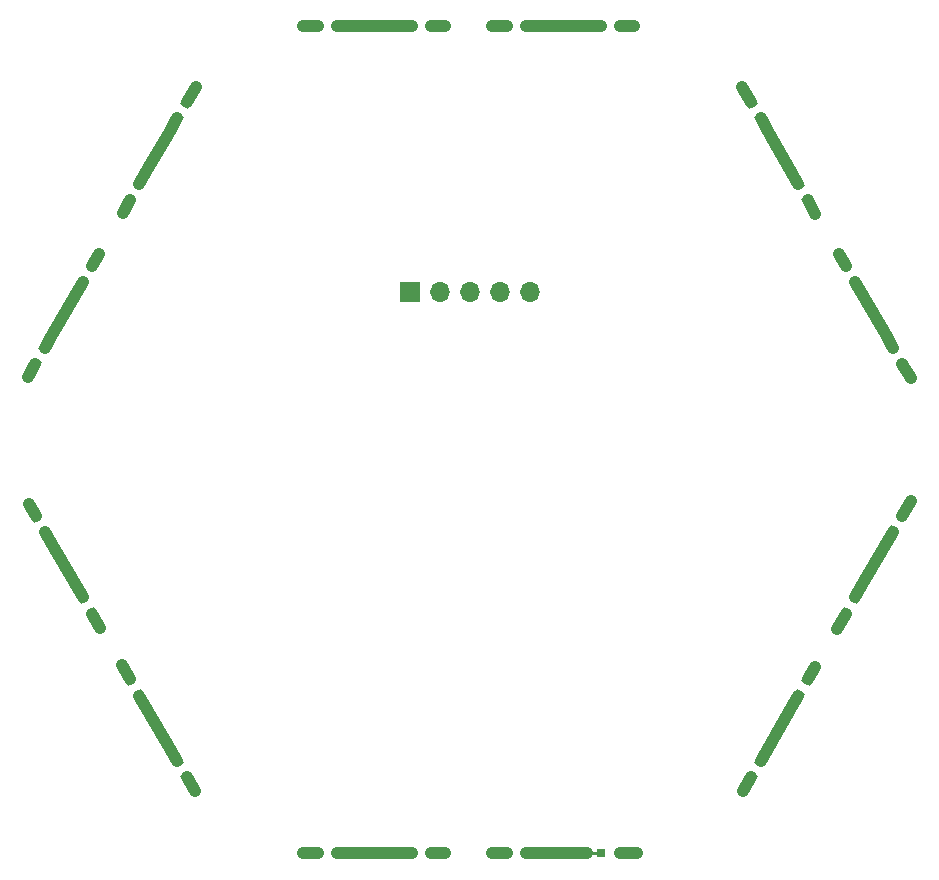
<source format=gtl>
G04 #@! TF.GenerationSoftware,KiCad,Pcbnew,(5.0.2)-1*
G04 #@! TF.CreationDate,2020-09-09T23:39:04+09:00*
G04 #@! TF.ProjectId,Tile,54696c65-2e6b-4696-9361-645f70636258,rev?*
G04 #@! TF.SameCoordinates,Original*
G04 #@! TF.FileFunction,Copper,L1,Top*
G04 #@! TF.FilePolarity,Positive*
%FSLAX46Y46*%
G04 Gerber Fmt 4.6, Leading zero omitted, Abs format (unit mm)*
G04 Created by KiCad (PCBNEW (5.0.2)-1) date 2020/09/09 23:39:04*
%MOMM*%
%LPD*%
G01*
G04 APERTURE LIST*
G04 #@! TA.AperFunction,SMDPad,CuDef*
%ADD10C,0.800000*%
G04 #@! TD*
G04 #@! TA.AperFunction,Conductor*
%ADD11C,0.100000*%
G04 #@! TD*
G04 #@! TA.AperFunction,SMDPad,CuDef*
%ADD12R,0.800000X0.800000*%
G04 #@! TD*
G04 #@! TA.AperFunction,ComponentPad*
%ADD13R,1.700000X1.700000*%
G04 #@! TD*
G04 #@! TA.AperFunction,ComponentPad*
%ADD14O,1.700000X1.700000*%
G04 #@! TD*
G04 #@! TA.AperFunction,ViaPad*
%ADD15C,0.800000*%
G04 #@! TD*
G04 #@! TA.AperFunction,Conductor*
%ADD16C,1.000000*%
G04 #@! TD*
G04 #@! TA.AperFunction,Conductor*
%ADD17C,0.250000*%
G04 #@! TD*
G04 APERTURE END LIST*
D10*
G04 #@! TO.P,D1,2*
G04 #@! TO.N,Net-(D1-Pad2)*
X97300000Y-91656922D03*
D11*
G04 #@! TD*
G04 #@! TO.N,Net-(D1-Pad2)*
G04 #@! TO.C,D1*
G36*
X97153590Y-91110512D02*
X97846410Y-91510512D01*
X97446410Y-92203332D01*
X96753590Y-91803332D01*
X97153590Y-91110512D01*
X97153590Y-91110512D01*
G37*
D10*
G04 #@! TO.P,D1,1*
G04 #@! TO.N,Net-(D1-Pad1)*
X98100000Y-90271282D03*
D11*
G04 #@! TD*
G04 #@! TO.N,Net-(D1-Pad1)*
G04 #@! TO.C,D1*
G36*
X97953590Y-89724872D02*
X98646410Y-90124872D01*
X98246410Y-90817692D01*
X97553590Y-90417692D01*
X97953590Y-89724872D01*
X97953590Y-89724872D01*
G37*
D10*
G04 #@! TO.P,D2,2*
G04 #@! TO.N,Net-(D18-Pad2)*
X94137500Y-112847166D03*
D11*
G04 #@! TD*
G04 #@! TO.N,Net-(D18-Pad2)*
G04 #@! TO.C,D2*
G36*
X93591090Y-112700756D02*
X94283910Y-112300756D01*
X94683910Y-112993576D01*
X93991090Y-113393576D01*
X93591090Y-112700756D01*
X93591090Y-112700756D01*
G37*
D10*
G04 #@! TO.P,D2,1*
G04 #@! TO.N,Net-(D1-Pad1)*
X93337500Y-111461526D03*
D11*
G04 #@! TD*
G04 #@! TO.N,Net-(D1-Pad1)*
G04 #@! TO.C,D2*
G36*
X92791090Y-111315116D02*
X93483910Y-110915116D01*
X93883910Y-111607936D01*
X93191090Y-112007936D01*
X92791090Y-111315116D01*
X92791090Y-111315116D01*
G37*
D10*
G04 #@! TO.P,D3,1*
G04 #@! TO.N,Net-(D1-Pad1)*
X101312500Y-125274631D03*
D11*
G04 #@! TD*
G04 #@! TO.N,Net-(D1-Pad1)*
G04 #@! TO.C,D3*
G36*
X100766090Y-125128221D02*
X101458910Y-124728221D01*
X101858910Y-125421041D01*
X101166090Y-125821041D01*
X100766090Y-125128221D01*
X100766090Y-125128221D01*
G37*
D10*
G04 #@! TO.P,D3,2*
G04 #@! TO.N,Net-(D19-Pad2)*
X102112500Y-126660271D03*
D11*
G04 #@! TD*
G04 #@! TO.N,Net-(D19-Pad2)*
G04 #@! TO.C,D3*
G36*
X101566090Y-126513861D02*
X102258910Y-126113861D01*
X102658910Y-126806681D01*
X101966090Y-127206681D01*
X101566090Y-126513861D01*
X101566090Y-126513861D01*
G37*
D12*
G04 #@! TO.P,D4,1*
G04 #@! TO.N,Net-(D1-Pad1)*
X117200000Y-140000000D03*
G04 #@! TO.P,D4,2*
G04 #@! TO.N,Net-(D20-Pad2)*
X118800000Y-140000000D03*
G04 #@! TD*
G04 #@! TO.P,D5,2*
G04 #@! TO.N,Net-(D21-Pad2)*
X134800000Y-140000000D03*
G04 #@! TO.P,D5,1*
G04 #@! TO.N,Net-(D1-Pad1)*
X133200000Y-140000000D03*
G04 #@! TD*
D10*
G04 #@! TO.P,D6,2*
G04 #@! TO.N,Net-(D22-Pad2)*
X154700000Y-132199485D03*
D11*
G04 #@! TD*
G04 #@! TO.N,Net-(D22-Pad2)*
G04 #@! TO.C,D6*
G36*
X154846410Y-132745895D02*
X154153590Y-132345895D01*
X154553590Y-131653075D01*
X155246410Y-132053075D01*
X154846410Y-132745895D01*
X154846410Y-132745895D01*
G37*
D10*
G04 #@! TO.P,D6,1*
G04 #@! TO.N,Net-(D1-Pad1)*
X153900000Y-133585125D03*
D11*
G04 #@! TD*
G04 #@! TO.N,Net-(D1-Pad1)*
G04 #@! TO.C,D6*
G36*
X154046410Y-134131535D02*
X153353590Y-133731535D01*
X153753590Y-133038715D01*
X154446410Y-133438715D01*
X154046410Y-134131535D01*
X154046410Y-134131535D01*
G37*
D10*
G04 #@! TO.P,D7,1*
G04 #@! TO.N,Net-(D1-Pad1)*
X161900000Y-119728718D03*
D11*
G04 #@! TD*
G04 #@! TO.N,Net-(D1-Pad1)*
G04 #@! TO.C,D7*
G36*
X162046410Y-120275128D02*
X161353590Y-119875128D01*
X161753590Y-119182308D01*
X162446410Y-119582308D01*
X162046410Y-120275128D01*
X162046410Y-120275128D01*
G37*
D10*
G04 #@! TO.P,D7,2*
G04 #@! TO.N,Net-(D23-Pad2)*
X162700000Y-118343078D03*
D11*
G04 #@! TD*
G04 #@! TO.N,Net-(D23-Pad2)*
G04 #@! TO.C,D7*
G36*
X162846410Y-118889488D02*
X162153590Y-118489488D01*
X162553590Y-117796668D01*
X163246410Y-118196668D01*
X162846410Y-118889488D01*
X162846410Y-118889488D01*
G37*
D10*
G04 #@! TO.P,D8,1*
G04 #@! TO.N,Net-(D1-Pad1)*
X166700000Y-98585125D03*
D11*
G04 #@! TD*
G04 #@! TO.N,Net-(D1-Pad1)*
G04 #@! TO.C,D8*
G36*
X167246410Y-98731535D02*
X166553590Y-99131535D01*
X166153590Y-98438715D01*
X166846410Y-98038715D01*
X167246410Y-98731535D01*
X167246410Y-98731535D01*
G37*
D10*
G04 #@! TO.P,D8,2*
G04 #@! TO.N,Net-(D24-Pad2)*
X165900000Y-97199485D03*
D11*
G04 #@! TD*
G04 #@! TO.N,Net-(D24-Pad2)*
G04 #@! TO.C,D8*
G36*
X166446410Y-97345895D02*
X165753590Y-97745895D01*
X165353590Y-97053075D01*
X166046410Y-96653075D01*
X166446410Y-97345895D01*
X166446410Y-97345895D01*
G37*
D10*
G04 #@! TO.P,D9,2*
G04 #@! TO.N,Net-(D9-Pad2)*
X158700000Y-84728718D03*
D11*
G04 #@! TD*
G04 #@! TO.N,Net-(D9-Pad2)*
G04 #@! TO.C,D9*
G36*
X158153590Y-84582308D02*
X158846410Y-84182308D01*
X159246410Y-84875128D01*
X158553590Y-85275128D01*
X158153590Y-84582308D01*
X158153590Y-84582308D01*
G37*
D10*
G04 #@! TO.P,D9,1*
G04 #@! TO.N,Net-(D1-Pad1)*
X157900000Y-83343078D03*
D11*
G04 #@! TD*
G04 #@! TO.N,Net-(D1-Pad1)*
G04 #@! TO.C,D9*
G36*
X157353590Y-83196668D02*
X158046410Y-82796668D01*
X158446410Y-83489488D01*
X157753590Y-83889488D01*
X157353590Y-83196668D01*
X157353590Y-83196668D01*
G37*
D10*
G04 #@! TO.P,D10,2*
G04 #@! TO.N,Net-(D10-Pad2)*
X153900000Y-76414875D03*
D11*
G04 #@! TD*
G04 #@! TO.N,Net-(D10-Pad2)*
G04 #@! TO.C,D10*
G36*
X154446410Y-76561285D02*
X153753590Y-76961285D01*
X153353590Y-76268465D01*
X154046410Y-75868465D01*
X154446410Y-76561285D01*
X154446410Y-76561285D01*
G37*
D10*
G04 #@! TO.P,D10,1*
G04 #@! TO.N,Net-(D1-Pad1)*
X154700000Y-77800515D03*
D11*
G04 #@! TD*
G04 #@! TO.N,Net-(D1-Pad1)*
G04 #@! TO.C,D10*
G36*
X155246410Y-77946925D02*
X154553590Y-78346925D01*
X154153590Y-77654105D01*
X154846410Y-77254105D01*
X155246410Y-77946925D01*
X155246410Y-77946925D01*
G37*
D12*
G04 #@! TO.P,D11,2*
G04 #@! TO.N,Net-(D11-Pad2)*
X142800000Y-70000000D03*
G04 #@! TO.P,D11,1*
G04 #@! TO.N,Net-(D1-Pad1)*
X141200000Y-70000000D03*
G04 #@! TD*
G04 #@! TO.P,D12,1*
G04 #@! TO.N,Net-(D1-Pad1)*
X134800000Y-70000000D03*
G04 #@! TO.P,D12,2*
G04 #@! TO.N,Net-(D12-Pad2)*
X133200000Y-70000000D03*
G04 #@! TD*
G04 #@! TO.P,D13,1*
G04 #@! TO.N,Net-(D1-Pad1)*
X125200000Y-70000000D03*
G04 #@! TO.P,D13,2*
G04 #@! TO.N,Net-(D13-Pad2)*
X126800000Y-70000000D03*
G04 #@! TD*
G04 #@! TO.P,D14,2*
G04 #@! TO.N,Net-(D14-Pad2)*
X117200000Y-70000000D03*
G04 #@! TO.P,D14,1*
G04 #@! TO.N,Net-(D1-Pad1)*
X118800000Y-70000000D03*
G04 #@! TD*
D10*
G04 #@! TO.P,D15,1*
G04 #@! TO.N,Net-(D1-Pad1)*
X105300000Y-77800515D03*
D11*
G04 #@! TD*
G04 #@! TO.N,Net-(D1-Pad1)*
G04 #@! TO.C,D15*
G36*
X105446410Y-78346925D02*
X104753590Y-77946925D01*
X105153590Y-77254105D01*
X105846410Y-77654105D01*
X105446410Y-78346925D01*
X105446410Y-78346925D01*
G37*
D10*
G04 #@! TO.P,D15,2*
G04 #@! TO.N,Net-(D15-Pad2)*
X106100000Y-76414875D03*
D11*
G04 #@! TD*
G04 #@! TO.N,Net-(D15-Pad2)*
G04 #@! TO.C,D15*
G36*
X106246410Y-76961285D02*
X105553590Y-76561285D01*
X105953590Y-75868465D01*
X106646410Y-76268465D01*
X106246410Y-76961285D01*
X106246410Y-76961285D01*
G37*
D10*
G04 #@! TO.P,D16,1*
G04 #@! TO.N,Net-(D1-Pad1)*
X102100000Y-83343078D03*
D11*
G04 #@! TD*
G04 #@! TO.N,Net-(D1-Pad1)*
G04 #@! TO.C,D16*
G36*
X101953590Y-82796668D02*
X102646410Y-83196668D01*
X102246410Y-83889488D01*
X101553590Y-83489488D01*
X101953590Y-82796668D01*
X101953590Y-82796668D01*
G37*
D10*
G04 #@! TO.P,D16,2*
G04 #@! TO.N,Net-(D16-Pad2)*
X101300000Y-84728718D03*
D11*
G04 #@! TD*
G04 #@! TO.N,Net-(D16-Pad2)*
G04 #@! TO.C,D16*
G36*
X101153590Y-84182308D02*
X101846410Y-84582308D01*
X101446410Y-85275128D01*
X100753590Y-84875128D01*
X101153590Y-84182308D01*
X101153590Y-84182308D01*
G37*
D10*
G04 #@! TO.P,D17,2*
G04 #@! TO.N,Net-(D1-Pad2)*
X94100000Y-97199485D03*
D11*
G04 #@! TD*
G04 #@! TO.N,Net-(D1-Pad2)*
G04 #@! TO.C,D17*
G36*
X94246410Y-97745895D02*
X93553590Y-97345895D01*
X93953590Y-96653075D01*
X94646410Y-97053075D01*
X94246410Y-97745895D01*
X94246410Y-97745895D01*
G37*
D10*
G04 #@! TO.P,D17,1*
G04 #@! TO.N,Net-(D17-Pad1)*
X93300000Y-98585125D03*
D11*
G04 #@! TD*
G04 #@! TO.N,Net-(D17-Pad1)*
G04 #@! TO.C,D17*
G36*
X93446410Y-99131535D02*
X92753590Y-98731535D01*
X93153590Y-98038715D01*
X93846410Y-98438715D01*
X93446410Y-99131535D01*
X93446410Y-99131535D01*
G37*
D10*
G04 #@! TO.P,D18,2*
G04 #@! TO.N,Net-(D18-Pad2)*
X97312500Y-118346428D03*
D11*
G04 #@! TD*
G04 #@! TO.N,Net-(D18-Pad2)*
G04 #@! TO.C,D18*
G36*
X97858910Y-118492838D02*
X97166090Y-118892838D01*
X96766090Y-118200018D01*
X97458910Y-117800018D01*
X97858910Y-118492838D01*
X97858910Y-118492838D01*
G37*
D10*
G04 #@! TO.P,D18,1*
G04 #@! TO.N,Net-(D17-Pad1)*
X98112500Y-119732068D03*
D11*
G04 #@! TD*
G04 #@! TO.N,Net-(D17-Pad1)*
G04 #@! TO.C,D18*
G36*
X98658910Y-119878478D02*
X97966090Y-120278478D01*
X97566090Y-119585658D01*
X98258910Y-119185658D01*
X98658910Y-119878478D01*
X98658910Y-119878478D01*
G37*
D10*
G04 #@! TO.P,D19,1*
G04 #@! TO.N,Net-(D17-Pad1)*
X106112500Y-133588474D03*
D11*
G04 #@! TD*
G04 #@! TO.N,Net-(D17-Pad1)*
G04 #@! TO.C,D19*
G36*
X106658910Y-133734884D02*
X105966090Y-134134884D01*
X105566090Y-133442064D01*
X106258910Y-133042064D01*
X106658910Y-133734884D01*
X106658910Y-133734884D01*
G37*
D10*
G04 #@! TO.P,D19,2*
G04 #@! TO.N,Net-(D19-Pad2)*
X105312500Y-132202834D03*
D11*
G04 #@! TD*
G04 #@! TO.N,Net-(D19-Pad2)*
G04 #@! TO.C,D19*
G36*
X105858910Y-132349244D02*
X105166090Y-132749244D01*
X104766090Y-132056424D01*
X105458910Y-131656424D01*
X105858910Y-132349244D01*
X105858910Y-132349244D01*
G37*
D12*
G04 #@! TO.P,D20,1*
G04 #@! TO.N,Net-(D17-Pad1)*
X126800000Y-140000000D03*
G04 #@! TO.P,D20,2*
G04 #@! TO.N,Net-(D20-Pad2)*
X125200000Y-140000000D03*
G04 #@! TD*
G04 #@! TO.P,D21,2*
G04 #@! TO.N,Net-(D21-Pad2)*
X141200000Y-140000000D03*
G04 #@! TO.P,D21,1*
G04 #@! TO.N,Net-(D17-Pad1)*
X142800000Y-140000000D03*
G04 #@! TD*
D10*
G04 #@! TO.P,D22,2*
G04 #@! TO.N,Net-(D22-Pad2)*
X157900000Y-126656922D03*
D11*
G04 #@! TD*
G04 #@! TO.N,Net-(D22-Pad2)*
G04 #@! TO.C,D22*
G36*
X157753590Y-126110512D02*
X158446410Y-126510512D01*
X158046410Y-127203332D01*
X157353590Y-126803332D01*
X157753590Y-126110512D01*
X157753590Y-126110512D01*
G37*
D10*
G04 #@! TO.P,D22,1*
G04 #@! TO.N,Net-(D17-Pad1)*
X158700000Y-125271282D03*
D11*
G04 #@! TD*
G04 #@! TO.N,Net-(D17-Pad1)*
G04 #@! TO.C,D22*
G36*
X158553590Y-124724872D02*
X159246410Y-125124872D01*
X158846410Y-125817692D01*
X158153590Y-125417692D01*
X158553590Y-124724872D01*
X158553590Y-124724872D01*
G37*
D10*
G04 #@! TO.P,D23,1*
G04 #@! TO.N,Net-(D17-Pad1)*
X166700000Y-111414875D03*
D11*
G04 #@! TD*
G04 #@! TO.N,Net-(D17-Pad1)*
G04 #@! TO.C,D23*
G36*
X166553590Y-110868465D02*
X167246410Y-111268465D01*
X166846410Y-111961285D01*
X166153590Y-111561285D01*
X166553590Y-110868465D01*
X166553590Y-110868465D01*
G37*
D10*
G04 #@! TO.P,D23,2*
G04 #@! TO.N,Net-(D23-Pad2)*
X165900000Y-112800515D03*
D11*
G04 #@! TD*
G04 #@! TO.N,Net-(D23-Pad2)*
G04 #@! TO.C,D23*
G36*
X165753590Y-112254105D02*
X166446410Y-112654105D01*
X166046410Y-113346925D01*
X165353590Y-112946925D01*
X165753590Y-112254105D01*
X165753590Y-112254105D01*
G37*
D10*
G04 #@! TO.P,D24,1*
G04 #@! TO.N,Net-(D17-Pad1)*
X161900000Y-90271282D03*
D11*
G04 #@! TD*
G04 #@! TO.N,Net-(D17-Pad1)*
G04 #@! TO.C,D24*
G36*
X161353590Y-90124872D02*
X162046410Y-89724872D01*
X162446410Y-90417692D01*
X161753590Y-90817692D01*
X161353590Y-90124872D01*
X161353590Y-90124872D01*
G37*
D10*
G04 #@! TO.P,D24,2*
G04 #@! TO.N,Net-(D24-Pad2)*
X162700000Y-91656922D03*
D11*
G04 #@! TD*
G04 #@! TO.N,Net-(D24-Pad2)*
G04 #@! TO.C,D24*
G36*
X162153590Y-91510512D02*
X162846410Y-91110512D01*
X163246410Y-91803332D01*
X162553590Y-92203332D01*
X162153590Y-91510512D01*
X162153590Y-91510512D01*
G37*
D13*
G04 #@! TO.P,CN1,1*
G04 #@! TO.N,+5V*
X125000000Y-92500000D03*
D14*
G04 #@! TO.P,CN1,2*
G04 #@! TO.N,SDA*
X127540000Y-92500000D03*
G04 #@! TO.P,CN1,3*
G04 #@! TO.N,SCL*
X130080000Y-92500000D03*
G04 #@! TO.P,CN1,4*
G04 #@! TO.N,Net-(CN1-Pad4)*
X132620000Y-92500000D03*
G04 #@! TO.P,CN1,5*
G04 #@! TO.N,GND*
X135160000Y-92500000D03*
G04 #@! TD*
D15*
G04 #@! TO.N,Net-(D1-Pad1)*
X132000000Y-140000000D03*
X116000000Y-140000000D03*
X100600000Y-124050000D03*
X92750000Y-110450000D03*
X153200000Y-134740046D03*
X136000000Y-70000000D03*
X140000000Y-70000000D03*
X98706317Y-89250000D03*
X102759957Y-82200000D03*
X120000000Y-70000000D03*
X104607477Y-79000000D03*
X155392523Y-79000000D03*
X167400000Y-99800000D03*
X161200000Y-121000000D03*
X124000000Y-70000000D03*
G04 #@! TO.N,Net-(D1-Pad2)*
X94734787Y-96100000D03*
G04 #@! TO.N,Net-(D10-Pad2)*
X153100000Y-75100000D03*
G04 #@! TO.N,Net-(D11-Pad2)*
X144000000Y-70000000D03*
G04 #@! TO.N,Net-(D18-Pad2)*
X94803088Y-114000000D03*
G04 #@! TO.N,Net-(D19-Pad2)*
X104618043Y-131000000D03*
G04 #@! TO.N,Net-(D12-Pad2)*
X132000000Y-70000000D03*
G04 #@! TO.N,Net-(D13-Pad2)*
X128000000Y-70000000D03*
G04 #@! TO.N,Net-(D14-Pad2)*
X116000000Y-70000000D03*
G04 #@! TO.N,Net-(D15-Pad2)*
X106881179Y-75100000D03*
G04 #@! TO.N,Net-(D20-Pad2)*
X124000000Y-140000000D03*
G04 #@! TO.N,Net-(D21-Pad2)*
X140000000Y-140000000D03*
G04 #@! TO.N,Net-(D22-Pad2)*
X157268911Y-127750000D03*
G04 #@! TO.N,Net-(D23-Pad2)*
X163400000Y-117130643D03*
G04 #@! TO.N,Net-(D24-Pad2)*
X165207477Y-96000000D03*
G04 #@! TO.N,Net-(D16-Pad2)*
X100700000Y-85800000D03*
G04 #@! TO.N,Net-(D17-Pad1)*
X167400000Y-110200000D03*
X159329734Y-124200000D03*
X144200000Y-140000000D03*
X128000000Y-140000000D03*
X106800000Y-134700000D03*
X98800000Y-120900000D03*
X92700000Y-99700000D03*
X161300000Y-89250000D03*
G04 #@! TO.N,Net-(D9-Pad2)*
X159350000Y-85850000D03*
G04 #@! TD*
D16*
G04 #@! TO.N,Net-(D1-Pad1)*
X133200000Y-140000000D02*
X132000000Y-140000000D01*
X116000000Y-140000000D02*
X117200000Y-140000000D01*
X101312500Y-125274631D02*
X100600000Y-124050000D01*
X93337500Y-111461526D02*
X92750000Y-110450000D01*
X153900000Y-133585125D02*
X153200000Y-134740046D01*
X125200000Y-70000000D02*
X124000000Y-70000000D01*
X136000000Y-70000000D02*
X134800000Y-70000000D01*
X140000000Y-70000000D02*
X136000000Y-70000000D01*
X141200000Y-70000000D02*
X140000000Y-70000000D01*
X98100000Y-90271282D02*
X98706317Y-89250000D01*
X102100000Y-83343078D02*
X102759957Y-82200000D01*
X120000000Y-70000000D02*
X118800000Y-70000000D01*
X124000000Y-70000000D02*
X120000000Y-70000000D01*
X104607477Y-79000000D02*
X105300000Y-77800515D01*
X102759957Y-82200000D02*
X104607477Y-79000000D01*
X155392523Y-79000000D02*
X157900000Y-83343078D01*
X154700000Y-77800515D02*
X155392523Y-79000000D01*
X166700000Y-98585125D02*
X167400000Y-99800000D01*
X161900000Y-119728718D02*
X161200000Y-121000000D01*
G04 #@! TO.N,Net-(D1-Pad2)*
X94734787Y-96100000D02*
X97300000Y-91656922D01*
X94100000Y-97199485D02*
X94734787Y-96100000D01*
G04 #@! TO.N,Net-(D10-Pad2)*
X153900000Y-76414875D02*
X153100000Y-75100000D01*
G04 #@! TO.N,Net-(D11-Pad2)*
X142800000Y-70000000D02*
X144000000Y-70000000D01*
G04 #@! TO.N,Net-(D18-Pad2)*
X94803088Y-114000000D02*
X94137500Y-112847166D01*
X97312500Y-118346428D02*
X94803088Y-114000000D01*
G04 #@! TO.N,Net-(D19-Pad2)*
X104618043Y-131000000D02*
X102112500Y-126660271D01*
X105312500Y-132202834D02*
X104618043Y-131000000D01*
G04 #@! TO.N,Net-(D12-Pad2)*
X133200000Y-70000000D02*
X132000000Y-70000000D01*
G04 #@! TO.N,Net-(D13-Pad2)*
X126800000Y-70000000D02*
X128000000Y-70000000D01*
G04 #@! TO.N,Net-(D14-Pad2)*
X117200000Y-70000000D02*
X116000000Y-70000000D01*
G04 #@! TO.N,Net-(D15-Pad2)*
X106100000Y-76414875D02*
X106881179Y-75100000D01*
G04 #@! TO.N,Net-(D20-Pad2)*
X124000000Y-140000000D02*
X125200000Y-140000000D01*
X118800000Y-140000000D02*
X124000000Y-140000000D01*
D17*
G04 #@! TO.N,Net-(D21-Pad2)*
X141200000Y-140000000D02*
X140000000Y-140000000D01*
D16*
X140000000Y-140000000D02*
X134800000Y-140000000D01*
G04 #@! TO.N,Net-(D22-Pad2)*
X157900000Y-126656922D02*
X157268911Y-127750000D01*
X157268911Y-127750000D02*
X154700000Y-132199485D01*
G04 #@! TO.N,Net-(D23-Pad2)*
X163400000Y-117130643D02*
X162700000Y-118343078D01*
X165900000Y-112800515D02*
X163400000Y-117130643D01*
G04 #@! TO.N,Net-(D24-Pad2)*
X165207477Y-96000000D02*
X165900000Y-97199485D01*
X162700000Y-91656922D02*
X165207477Y-96000000D01*
G04 #@! TO.N,Net-(D16-Pad2)*
X101300000Y-84728718D02*
X100700000Y-85800000D01*
G04 #@! TO.N,Net-(D17-Pad1)*
X166700000Y-111414875D02*
X167400000Y-110200000D01*
X158700000Y-125271282D02*
X159329734Y-124200000D01*
X142800000Y-140000000D02*
X144200000Y-140000000D01*
X126800000Y-140000000D02*
X128000000Y-140000000D01*
X106112500Y-133588474D02*
X106800000Y-134700000D01*
X98112500Y-119732068D02*
X98800000Y-120900000D01*
X93300000Y-98585125D02*
X92700000Y-99700000D01*
X161900000Y-90271282D02*
X161300000Y-89250000D01*
G04 #@! TO.N,Net-(D9-Pad2)*
X158700000Y-84728718D02*
X159350000Y-85850000D01*
G04 #@! TD*
M02*

</source>
